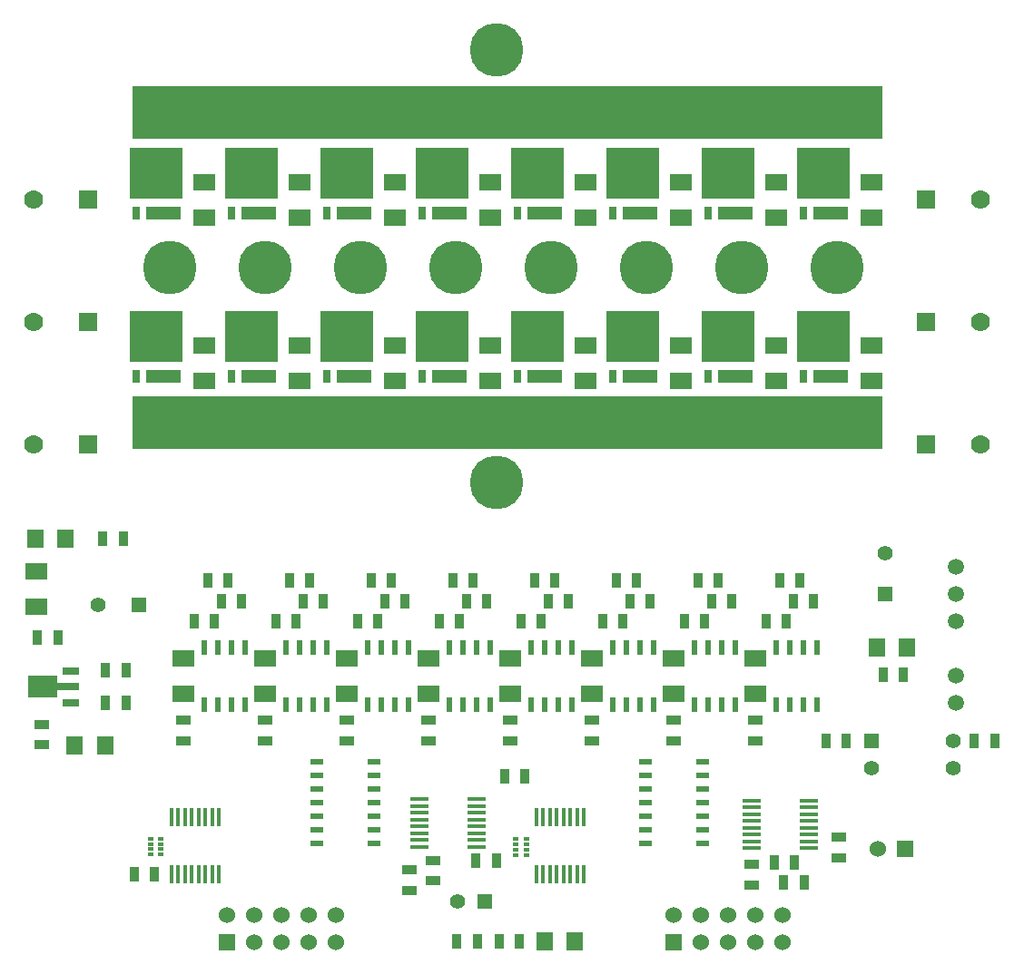
<source format=gts>
G04 (created by PCBNEW (2013-07-07 BZR 4022)-stable) date 2015/05/03 21:07:58*
%MOIN*%
G04 Gerber Fmt 3.4, Leading zero omitted, Abs format*
%FSLAX34Y34*%
G01*
G70*
G90*
G04 APERTURE LIST*
%ADD10C,0.00590551*%
%ADD11R,2.75591X0.19685*%
%ADD12R,0.065X0.016*%
%ADD13R,0.016X0.065*%
%ADD14C,0.19685*%
%ADD15C,0.0393701*%
%ADD16R,0.0236X0.0551*%
%ADD17R,0.08X0.06*%
%ADD18R,0.035X0.055*%
%ADD19R,0.055X0.035*%
%ADD20R,0.019685X0.015748*%
%ADD21R,0.06X0.06*%
%ADD22C,0.06*%
%ADD23C,0.0590551*%
%ADD24R,0.0629X0.0709*%
%ADD25R,0.055X0.055*%
%ADD26C,0.055*%
%ADD27R,0.07X0.07*%
%ADD28C,0.07*%
%ADD29R,0.19685X0.185039*%
%ADD30R,0.125591X0.0472441*%
%ADD31R,0.0255906X0.0472441*%
%ADD32R,0.063X0.0276*%
%ADD33R,0.0827X0.0276*%
%ADD34R,0.1083X0.0787*%
%ADD35R,0.045X0.02*%
G04 APERTURE END LIST*
G54D10*
G54D11*
X100900Y-59700D03*
G54D12*
X99750Y-74525D03*
X99750Y-74275D03*
X99750Y-74025D03*
X99750Y-73775D03*
X97650Y-75275D03*
X99750Y-75275D03*
X99750Y-75025D03*
X99750Y-74775D03*
X97650Y-73525D03*
X97650Y-73775D03*
X97650Y-74025D03*
X97650Y-74275D03*
X97650Y-74525D03*
X97650Y-74775D03*
X99750Y-73525D03*
X97650Y-75025D03*
G54D13*
X89300Y-76275D03*
X89550Y-76275D03*
X89800Y-76275D03*
X90050Y-76275D03*
X88550Y-74175D03*
X88550Y-76275D03*
X88800Y-76275D03*
X89050Y-76275D03*
X90300Y-74175D03*
X90050Y-74175D03*
X89800Y-74175D03*
X89550Y-74175D03*
X89300Y-74175D03*
X89050Y-74175D03*
X90300Y-76275D03*
X88800Y-74175D03*
G54D12*
X111950Y-74575D03*
X111950Y-74325D03*
X111950Y-74075D03*
X111950Y-73825D03*
X109850Y-75325D03*
X111950Y-75325D03*
X111950Y-75075D03*
X111950Y-74825D03*
X109850Y-73575D03*
X109850Y-73825D03*
X109850Y-74075D03*
X109850Y-74325D03*
X109850Y-74575D03*
X109850Y-74825D03*
X111950Y-73575D03*
X109850Y-75075D03*
G54D13*
X102700Y-76275D03*
X102950Y-76275D03*
X103200Y-76275D03*
X103450Y-76275D03*
X101950Y-74175D03*
X101950Y-76275D03*
X102200Y-76275D03*
X102450Y-76275D03*
X103700Y-74175D03*
X103450Y-74175D03*
X103200Y-74175D03*
X102950Y-74175D03*
X102700Y-74175D03*
X102450Y-74175D03*
X103700Y-76275D03*
X102200Y-74175D03*
G54D14*
X99000Y-54000D03*
G54D15*
X99700Y-54000D03*
X99000Y-53300D03*
X98500Y-53500D03*
X98300Y-54000D03*
X98500Y-54500D03*
X99000Y-54700D03*
X99500Y-54500D03*
X99500Y-53500D03*
G54D14*
X95500Y-54000D03*
G54D15*
X96200Y-54000D03*
X95500Y-53300D03*
X95000Y-53500D03*
X94800Y-54000D03*
X95000Y-54500D03*
X95500Y-54700D03*
X96000Y-54500D03*
X96000Y-53500D03*
G54D14*
X102500Y-54000D03*
G54D15*
X103200Y-54000D03*
X102500Y-53300D03*
X102000Y-53500D03*
X101800Y-54000D03*
X102000Y-54500D03*
X102500Y-54700D03*
X103000Y-54500D03*
X103000Y-53500D03*
G54D14*
X109500Y-54000D03*
G54D15*
X110200Y-54000D03*
X109500Y-53300D03*
X109000Y-53500D03*
X108800Y-54000D03*
X109000Y-54500D03*
X109500Y-54700D03*
X110000Y-54500D03*
X110000Y-53500D03*
G54D14*
X92000Y-54000D03*
G54D15*
X92700Y-54000D03*
X92000Y-53300D03*
X91500Y-53500D03*
X91300Y-54000D03*
X91500Y-54500D03*
X92000Y-54700D03*
X92500Y-54500D03*
X92500Y-53500D03*
G54D14*
X100500Y-46000D03*
G54D15*
X101200Y-46000D03*
X100500Y-45300D03*
X100000Y-45500D03*
X99800Y-46000D03*
X100000Y-46500D03*
X100500Y-46700D03*
X101000Y-46500D03*
X101000Y-45500D03*
G54D14*
X106000Y-54000D03*
G54D15*
X106700Y-54000D03*
X106000Y-53300D03*
X105500Y-53500D03*
X105300Y-54000D03*
X105500Y-54500D03*
X106000Y-54700D03*
X106500Y-54500D03*
X106500Y-53500D03*
G54D14*
X113000Y-54000D03*
G54D15*
X113700Y-54000D03*
X113000Y-53300D03*
X112500Y-53500D03*
X112300Y-54000D03*
X112500Y-54500D03*
X113000Y-54700D03*
X113500Y-54500D03*
X113500Y-53500D03*
G54D14*
X100500Y-61900D03*
G54D15*
X101200Y-61900D03*
X100500Y-61200D03*
X100000Y-61400D03*
X99800Y-61900D03*
X100000Y-62400D03*
X100500Y-62600D03*
X101000Y-62400D03*
X101000Y-61400D03*
G54D14*
X88500Y-54000D03*
G54D15*
X89200Y-54000D03*
X88500Y-53300D03*
X88000Y-53500D03*
X87800Y-54000D03*
X88000Y-54500D03*
X88500Y-54700D03*
X89000Y-54500D03*
X89000Y-53500D03*
G54D16*
X104750Y-67950D03*
X104750Y-70050D03*
X105250Y-67950D03*
X105750Y-67950D03*
X106250Y-67950D03*
X105250Y-70050D03*
X105750Y-70050D03*
X106250Y-70050D03*
X101750Y-67950D03*
X101750Y-70050D03*
X102250Y-67950D03*
X102750Y-67950D03*
X103250Y-67950D03*
X102250Y-70050D03*
X102750Y-70050D03*
X103250Y-70050D03*
X107750Y-67950D03*
X107750Y-70050D03*
X108250Y-67950D03*
X108750Y-67950D03*
X109250Y-67950D03*
X108250Y-70050D03*
X108750Y-70050D03*
X109250Y-70050D03*
X110750Y-67950D03*
X110750Y-70050D03*
X111250Y-67950D03*
X111750Y-67950D03*
X112250Y-67950D03*
X111250Y-70050D03*
X111750Y-70050D03*
X112250Y-70050D03*
X98750Y-67950D03*
X98750Y-70050D03*
X99250Y-67950D03*
X99750Y-67950D03*
X100250Y-67950D03*
X99250Y-70050D03*
X99750Y-70050D03*
X100250Y-70050D03*
X89750Y-67950D03*
X89750Y-70050D03*
X90250Y-67950D03*
X90750Y-67950D03*
X91250Y-67950D03*
X90250Y-70050D03*
X90750Y-70050D03*
X91250Y-70050D03*
X95750Y-67950D03*
X95750Y-70050D03*
X96250Y-67950D03*
X96750Y-67950D03*
X97250Y-67950D03*
X96250Y-70050D03*
X96750Y-70050D03*
X97250Y-70050D03*
X92750Y-67950D03*
X92750Y-70050D03*
X93250Y-67950D03*
X93750Y-67950D03*
X94250Y-67950D03*
X93250Y-70050D03*
X93750Y-70050D03*
X94250Y-70050D03*
G54D17*
X110750Y-58150D03*
X110750Y-56850D03*
X83600Y-65150D03*
X83600Y-66450D03*
X104000Y-69650D03*
X104000Y-68350D03*
X92000Y-69650D03*
X92000Y-68350D03*
X89000Y-69650D03*
X89000Y-68350D03*
X100250Y-58150D03*
X100250Y-56850D03*
X93250Y-52150D03*
X93250Y-50850D03*
X93250Y-58150D03*
X93250Y-56850D03*
X100250Y-52150D03*
X100250Y-50850D03*
X98000Y-69650D03*
X98000Y-68350D03*
X110750Y-52150D03*
X110750Y-50850D03*
X96750Y-52150D03*
X96750Y-50850D03*
X96750Y-58150D03*
X96750Y-56850D03*
X95000Y-69650D03*
X95000Y-68350D03*
X110000Y-69650D03*
X110000Y-68350D03*
X101000Y-69650D03*
X101000Y-68350D03*
X89750Y-58150D03*
X89750Y-56850D03*
X89750Y-52150D03*
X89750Y-50850D03*
X103750Y-52150D03*
X103750Y-50850D03*
X103750Y-58150D03*
X103750Y-56850D03*
X107250Y-58150D03*
X107250Y-56850D03*
X107250Y-52150D03*
X107250Y-50850D03*
X114250Y-52150D03*
X114250Y-50850D03*
X107000Y-69650D03*
X107000Y-68350D03*
X114250Y-58150D03*
X114250Y-56850D03*
G54D18*
X89375Y-67000D03*
X90125Y-67000D03*
X86775Y-63950D03*
X86025Y-63950D03*
G54D19*
X89000Y-70625D03*
X89000Y-71375D03*
G54D18*
X110375Y-67000D03*
X111125Y-67000D03*
G54D19*
X109850Y-75925D03*
X109850Y-76675D03*
G54D18*
X87925Y-76300D03*
X87175Y-76300D03*
X99025Y-78750D03*
X99775Y-78750D03*
X89875Y-65500D03*
X90625Y-65500D03*
X111425Y-75850D03*
X110675Y-75850D03*
X111775Y-76600D03*
X111025Y-76600D03*
X100775Y-72700D03*
X101525Y-72700D03*
X99725Y-75800D03*
X100475Y-75800D03*
G54D19*
X97300Y-76875D03*
X97300Y-76125D03*
X113050Y-75675D03*
X113050Y-74925D03*
G54D18*
X113325Y-71400D03*
X112575Y-71400D03*
X118775Y-71400D03*
X118025Y-71400D03*
X101325Y-78750D03*
X100575Y-78750D03*
G54D19*
X83800Y-70775D03*
X83800Y-71525D03*
G54D18*
X95375Y-67000D03*
X96125Y-67000D03*
X90375Y-66250D03*
X91125Y-66250D03*
G54D19*
X98150Y-76525D03*
X98150Y-75775D03*
G54D18*
X102375Y-66250D03*
X103125Y-66250D03*
X107875Y-65500D03*
X108625Y-65500D03*
X108375Y-66250D03*
X109125Y-66250D03*
G54D19*
X110000Y-70625D03*
X110000Y-71375D03*
G54D18*
X107375Y-67000D03*
X108125Y-67000D03*
X84375Y-67600D03*
X83625Y-67600D03*
G54D19*
X98000Y-70625D03*
X98000Y-71375D03*
G54D18*
X95875Y-65500D03*
X96625Y-65500D03*
G54D19*
X104000Y-70625D03*
X104000Y-71375D03*
G54D18*
X92875Y-65500D03*
X93625Y-65500D03*
X111375Y-66250D03*
X112125Y-66250D03*
X101375Y-67000D03*
X102125Y-67000D03*
X93375Y-66250D03*
X94125Y-66250D03*
X92375Y-67000D03*
X93125Y-67000D03*
X101875Y-65500D03*
X102625Y-65500D03*
G54D19*
X107000Y-70625D03*
X107000Y-71375D03*
X95000Y-70625D03*
X95000Y-71375D03*
G54D18*
X110875Y-65500D03*
X111625Y-65500D03*
G54D19*
X101000Y-70625D03*
X101000Y-71375D03*
G54D18*
X86125Y-68800D03*
X86875Y-68800D03*
X86125Y-70000D03*
X86875Y-70000D03*
X104375Y-67000D03*
X105125Y-67000D03*
X105375Y-66250D03*
X106125Y-66250D03*
X104875Y-65500D03*
X105625Y-65500D03*
G54D19*
X92000Y-70625D03*
X92000Y-71375D03*
G54D18*
X115425Y-68950D03*
X114675Y-68950D03*
X96375Y-66250D03*
X97125Y-66250D03*
X98375Y-67000D03*
X99125Y-67000D03*
X99375Y-66250D03*
X100125Y-66250D03*
X98875Y-65500D03*
X99625Y-65500D03*
G54D20*
X101596Y-75201D03*
X101596Y-75398D03*
X101596Y-75004D03*
X101596Y-75595D03*
X101203Y-75004D03*
X101203Y-75201D03*
X101203Y-75398D03*
X101203Y-75595D03*
X88171Y-75176D03*
X88171Y-75373D03*
X88171Y-74979D03*
X88171Y-75570D03*
X87778Y-74979D03*
X87778Y-75176D03*
X87778Y-75373D03*
X87778Y-75570D03*
G54D21*
X90600Y-78800D03*
G54D22*
X90600Y-77800D03*
X91600Y-78800D03*
X91600Y-77800D03*
X92600Y-78800D03*
X92600Y-77800D03*
X93600Y-78800D03*
X93600Y-77800D03*
X94600Y-78800D03*
X94600Y-77800D03*
G54D21*
X107000Y-78800D03*
G54D22*
X107000Y-77800D03*
X108000Y-78800D03*
X108000Y-77800D03*
X109000Y-78800D03*
X109000Y-77800D03*
X110000Y-78800D03*
X110000Y-77800D03*
X111000Y-78800D03*
X111000Y-77800D03*
G54D21*
X115500Y-75350D03*
G54D22*
X114500Y-75350D03*
G54D23*
X117350Y-70000D03*
X117350Y-69000D03*
X117350Y-67000D03*
X117350Y-66000D03*
X117350Y-65000D03*
G54D24*
X103359Y-78750D03*
X102241Y-78750D03*
X86109Y-71550D03*
X84991Y-71550D03*
X83541Y-63950D03*
X84659Y-63950D03*
X114441Y-67950D03*
X115559Y-67950D03*
G54D25*
X114250Y-71400D03*
G54D26*
X114250Y-72400D03*
X117250Y-72400D03*
X117250Y-71400D03*
G54D27*
X85500Y-56000D03*
G54D28*
X83500Y-56000D03*
G54D27*
X116250Y-51500D03*
G54D28*
X118250Y-51500D03*
G54D27*
X85500Y-60500D03*
G54D28*
X83500Y-60500D03*
G54D27*
X116250Y-56000D03*
G54D28*
X118250Y-56000D03*
G54D27*
X116250Y-60500D03*
G54D28*
X118250Y-60500D03*
G54D27*
X85500Y-51500D03*
G54D28*
X83500Y-51500D03*
G54D25*
X100050Y-77300D03*
G54D26*
X99050Y-77300D03*
G54D25*
X114750Y-66000D03*
G54D26*
X114750Y-64500D03*
G54D29*
X88000Y-50523D03*
G54D30*
X88250Y-52000D03*
G54D31*
X87250Y-52000D03*
G54D29*
X91500Y-50523D03*
G54D30*
X91750Y-52000D03*
G54D31*
X90750Y-52000D03*
G54D29*
X95000Y-50523D03*
G54D30*
X95250Y-52000D03*
G54D31*
X94250Y-52000D03*
G54D29*
X98500Y-50523D03*
G54D30*
X98750Y-52000D03*
G54D31*
X97750Y-52000D03*
G54D29*
X102000Y-50523D03*
G54D30*
X102250Y-52000D03*
G54D31*
X101250Y-52000D03*
G54D29*
X105500Y-50523D03*
G54D30*
X105750Y-52000D03*
G54D31*
X104750Y-52000D03*
G54D29*
X109000Y-50523D03*
G54D30*
X109250Y-52000D03*
G54D31*
X108250Y-52000D03*
G54D29*
X112500Y-50523D03*
G54D30*
X112750Y-52000D03*
G54D31*
X111750Y-52000D03*
G54D29*
X88000Y-56523D03*
G54D30*
X88250Y-58000D03*
G54D31*
X87250Y-58000D03*
G54D29*
X91500Y-56523D03*
G54D30*
X91750Y-58000D03*
G54D31*
X90750Y-58000D03*
G54D29*
X95000Y-56523D03*
G54D30*
X95250Y-58000D03*
G54D31*
X94250Y-58000D03*
G54D29*
X102000Y-56523D03*
G54D30*
X102250Y-58000D03*
G54D31*
X101250Y-58000D03*
G54D29*
X105500Y-56523D03*
G54D30*
X105750Y-58000D03*
G54D31*
X104750Y-58000D03*
G54D29*
X109000Y-56523D03*
G54D30*
X109250Y-58000D03*
G54D31*
X108250Y-58000D03*
G54D29*
X112500Y-56523D03*
G54D30*
X112750Y-58000D03*
G54D31*
X111750Y-58000D03*
G54D29*
X98500Y-56523D03*
G54D30*
X98750Y-58000D03*
G54D31*
X97750Y-58000D03*
G54D11*
X100900Y-48300D03*
G54D32*
X84848Y-69991D03*
G54D33*
X84750Y-69400D03*
G54D32*
X84848Y-68809D03*
G54D34*
X83805Y-69400D03*
G54D35*
X105950Y-72150D03*
X105950Y-72650D03*
X105950Y-73150D03*
X105950Y-73650D03*
X105950Y-74150D03*
X105950Y-74650D03*
X105950Y-75150D03*
X108050Y-75150D03*
X108050Y-74650D03*
X108050Y-74150D03*
X108050Y-73650D03*
X108050Y-73150D03*
X108050Y-72650D03*
X108050Y-72150D03*
X93900Y-72150D03*
X93900Y-72650D03*
X93900Y-73150D03*
X93900Y-73650D03*
X93900Y-74150D03*
X93900Y-74650D03*
X93900Y-75150D03*
X96000Y-75150D03*
X96000Y-74650D03*
X96000Y-74150D03*
X96000Y-73650D03*
X96000Y-73150D03*
X96000Y-72650D03*
X96000Y-72150D03*
G54D25*
X87350Y-66400D03*
G54D26*
X85850Y-66400D03*
M02*

</source>
